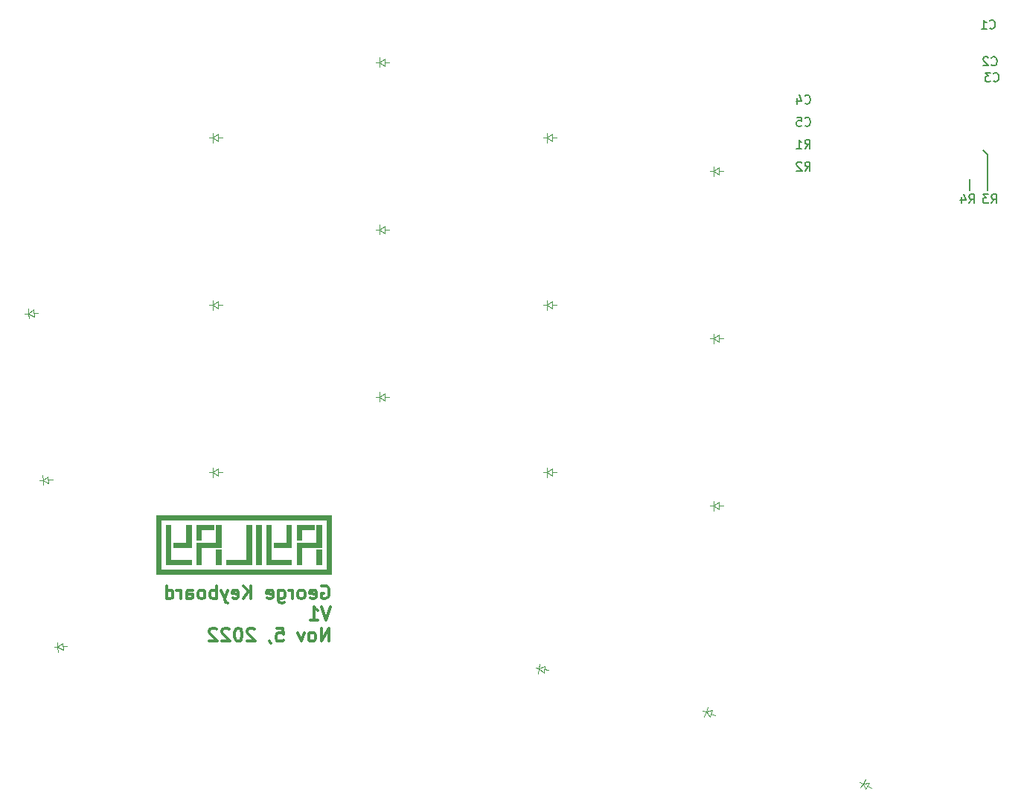
<source format=gbr>
%TF.GenerationSoftware,KiCad,Pcbnew,(6.0.0)*%
%TF.CreationDate,2022-12-29T10:21:43-08:00*%
%TF.ProjectId,mine,6d696e65-2e6b-4696-9361-645f70636258,v1.0.0*%
%TF.SameCoordinates,Original*%
%TF.FileFunction,Legend,Bot*%
%TF.FilePolarity,Positive*%
%FSLAX46Y46*%
G04 Gerber Fmt 4.6, Leading zero omitted, Abs format (unit mm)*
G04 Created by KiCad (PCBNEW (6.0.0)) date 2022-12-29 10:21:43*
%MOMM*%
%LPD*%
G01*
G04 APERTURE LIST*
%ADD10C,0.200000*%
%ADD11C,0.150000*%
%ADD12C,0.300000*%
%ADD13C,0.100000*%
G04 APERTURE END LIST*
D10*
X140362327Y-56645814D02*
X140362327Y-52581814D01*
X140362327Y-52581814D02*
X139854327Y-52073814D01*
X138330327Y-55375814D02*
X138330327Y-56645814D01*
D11*
X140608993Y-38160956D02*
X140656612Y-38208575D01*
X140799469Y-38256194D01*
X140894707Y-38256194D01*
X141037565Y-38208575D01*
X141132803Y-38113337D01*
X141180422Y-38018099D01*
X141228041Y-37827623D01*
X141228041Y-37684766D01*
X141180422Y-37494290D01*
X141132803Y-37399052D01*
X141037565Y-37303814D01*
X140894707Y-37256194D01*
X140799469Y-37256194D01*
X140656612Y-37303814D01*
X140608993Y-37351433D01*
X139656612Y-38256194D02*
X140228041Y-38256194D01*
X139942327Y-38256194D02*
X139942327Y-37256194D01*
X140037565Y-37399052D01*
X140132803Y-37494290D01*
X140228041Y-37541909D01*
X119573993Y-54431194D02*
X119907327Y-53955004D01*
X120145422Y-54431194D02*
X120145422Y-53431194D01*
X119764469Y-53431194D01*
X119669231Y-53478814D01*
X119621612Y-53526433D01*
X119573993Y-53621671D01*
X119573993Y-53764528D01*
X119621612Y-53859766D01*
X119669231Y-53907385D01*
X119764469Y-53955004D01*
X120145422Y-53955004D01*
X119193041Y-53526433D02*
X119145422Y-53478814D01*
X119050184Y-53431194D01*
X118812088Y-53431194D01*
X118716850Y-53478814D01*
X118669231Y-53526433D01*
X118621612Y-53621671D01*
X118621612Y-53716909D01*
X118669231Y-53859766D01*
X119240660Y-54431194D01*
X118621612Y-54431194D01*
X140808993Y-42360956D02*
X140856612Y-42408575D01*
X140999469Y-42456194D01*
X141094707Y-42456194D01*
X141237565Y-42408575D01*
X141332803Y-42313337D01*
X141380422Y-42218099D01*
X141428041Y-42027623D01*
X141428041Y-41884766D01*
X141380422Y-41694290D01*
X141332803Y-41599052D01*
X141237565Y-41503814D01*
X141094707Y-41456194D01*
X140999469Y-41456194D01*
X140856612Y-41503814D01*
X140808993Y-41551433D01*
X140428041Y-41551433D02*
X140380422Y-41503814D01*
X140285184Y-41456194D01*
X140047088Y-41456194D01*
X139951850Y-41503814D01*
X139904231Y-41551433D01*
X139856612Y-41646671D01*
X139856612Y-41741909D01*
X139904231Y-41884766D01*
X140475660Y-42456194D01*
X139856612Y-42456194D01*
X141036993Y-44175956D02*
X141084612Y-44223575D01*
X141227469Y-44271194D01*
X141322707Y-44271194D01*
X141465565Y-44223575D01*
X141560803Y-44128337D01*
X141608422Y-44033099D01*
X141656041Y-43842623D01*
X141656041Y-43699766D01*
X141608422Y-43509290D01*
X141560803Y-43414052D01*
X141465565Y-43318814D01*
X141322707Y-43271194D01*
X141227469Y-43271194D01*
X141084612Y-43318814D01*
X141036993Y-43366433D01*
X140703660Y-43271194D02*
X140084612Y-43271194D01*
X140417946Y-43652147D01*
X140275088Y-43652147D01*
X140179850Y-43699766D01*
X140132231Y-43747385D01*
X140084612Y-43842623D01*
X140084612Y-44080718D01*
X140132231Y-44175956D01*
X140179850Y-44223575D01*
X140275088Y-44271194D01*
X140560803Y-44271194D01*
X140656041Y-44223575D01*
X140703660Y-44175956D01*
X140782993Y-58114194D02*
X141116327Y-57638004D01*
X141354422Y-58114194D02*
X141354422Y-57114194D01*
X140973469Y-57114194D01*
X140878231Y-57161814D01*
X140830612Y-57209433D01*
X140782993Y-57304671D01*
X140782993Y-57447528D01*
X140830612Y-57542766D01*
X140878231Y-57590385D01*
X140973469Y-57638004D01*
X141354422Y-57638004D01*
X140449660Y-57114194D02*
X139830612Y-57114194D01*
X140163946Y-57495147D01*
X140021088Y-57495147D01*
X139925850Y-57542766D01*
X139878231Y-57590385D01*
X139830612Y-57685623D01*
X139830612Y-57923718D01*
X139878231Y-58018956D01*
X139925850Y-58066575D01*
X140021088Y-58114194D01*
X140306803Y-58114194D01*
X140402041Y-58066575D01*
X140449660Y-58018956D01*
X119573993Y-49255956D02*
X119621612Y-49303575D01*
X119764469Y-49351194D01*
X119859707Y-49351194D01*
X120002565Y-49303575D01*
X120097803Y-49208337D01*
X120145422Y-49113099D01*
X120193041Y-48922623D01*
X120193041Y-48779766D01*
X120145422Y-48589290D01*
X120097803Y-48494052D01*
X120002565Y-48398814D01*
X119859707Y-48351194D01*
X119764469Y-48351194D01*
X119621612Y-48398814D01*
X119573993Y-48446433D01*
X118669231Y-48351194D02*
X119145422Y-48351194D01*
X119193041Y-48827385D01*
X119145422Y-48779766D01*
X119050184Y-48732147D01*
X118812088Y-48732147D01*
X118716850Y-48779766D01*
X118669231Y-48827385D01*
X118621612Y-48922623D01*
X118621612Y-49160718D01*
X118669231Y-49255956D01*
X118716850Y-49303575D01*
X118812088Y-49351194D01*
X119050184Y-49351194D01*
X119145422Y-49303575D01*
X119193041Y-49255956D01*
X138242993Y-58114194D02*
X138576327Y-57638004D01*
X138814422Y-58114194D02*
X138814422Y-57114194D01*
X138433469Y-57114194D01*
X138338231Y-57161814D01*
X138290612Y-57209433D01*
X138242993Y-57304671D01*
X138242993Y-57447528D01*
X138290612Y-57542766D01*
X138338231Y-57590385D01*
X138433469Y-57638004D01*
X138814422Y-57638004D01*
X137385850Y-57447528D02*
X137385850Y-58114194D01*
X137623946Y-57066575D02*
X137862041Y-57780861D01*
X137242993Y-57780861D01*
X119573993Y-51891194D02*
X119907327Y-51415004D01*
X120145422Y-51891194D02*
X120145422Y-50891194D01*
X119764469Y-50891194D01*
X119669231Y-50938814D01*
X119621612Y-50986433D01*
X119573993Y-51081671D01*
X119573993Y-51224528D01*
X119621612Y-51319766D01*
X119669231Y-51367385D01*
X119764469Y-51415004D01*
X120145422Y-51415004D01*
X118621612Y-51891194D02*
X119193041Y-51891194D01*
X118907327Y-51891194D02*
X118907327Y-50891194D01*
X119002565Y-51034052D01*
X119097803Y-51129290D01*
X119193041Y-51176909D01*
X119573993Y-46715956D02*
X119621612Y-46763575D01*
X119764469Y-46811194D01*
X119859707Y-46811194D01*
X120002565Y-46763575D01*
X120097803Y-46668337D01*
X120145422Y-46573099D01*
X120193041Y-46382623D01*
X120193041Y-46239766D01*
X120145422Y-46049290D01*
X120097803Y-45954052D01*
X120002565Y-45858814D01*
X119859707Y-45811194D01*
X119764469Y-45811194D01*
X119621612Y-45858814D01*
X119573993Y-45906433D01*
X118716850Y-46144528D02*
X118716850Y-46811194D01*
X118954946Y-45763575D02*
X119193041Y-46477861D01*
X118573993Y-46477861D01*
D12*
X64602469Y-101740814D02*
X64745327Y-101669385D01*
X64959612Y-101669385D01*
X65173898Y-101740814D01*
X65316755Y-101883671D01*
X65388184Y-102026528D01*
X65459612Y-102312242D01*
X65459612Y-102526528D01*
X65388184Y-102812242D01*
X65316755Y-102955099D01*
X65173898Y-103097956D01*
X64959612Y-103169385D01*
X64816755Y-103169385D01*
X64602469Y-103097956D01*
X64531041Y-103026528D01*
X64531041Y-102526528D01*
X64816755Y-102526528D01*
X63316755Y-103097956D02*
X63459612Y-103169385D01*
X63745327Y-103169385D01*
X63888184Y-103097956D01*
X63959612Y-102955099D01*
X63959612Y-102383671D01*
X63888184Y-102240814D01*
X63745327Y-102169385D01*
X63459612Y-102169385D01*
X63316755Y-102240814D01*
X63245327Y-102383671D01*
X63245327Y-102526528D01*
X63959612Y-102669385D01*
X62388184Y-103169385D02*
X62531041Y-103097956D01*
X62602469Y-103026528D01*
X62673898Y-102883671D01*
X62673898Y-102455099D01*
X62602469Y-102312242D01*
X62531041Y-102240814D01*
X62388184Y-102169385D01*
X62173898Y-102169385D01*
X62031041Y-102240814D01*
X61959612Y-102312242D01*
X61888184Y-102455099D01*
X61888184Y-102883671D01*
X61959612Y-103026528D01*
X62031041Y-103097956D01*
X62173898Y-103169385D01*
X62388184Y-103169385D01*
X61245327Y-103169385D02*
X61245327Y-102169385D01*
X61245327Y-102455099D02*
X61173898Y-102312242D01*
X61102469Y-102240814D01*
X60959612Y-102169385D01*
X60816755Y-102169385D01*
X59673898Y-102169385D02*
X59673898Y-103383671D01*
X59745327Y-103526528D01*
X59816755Y-103597956D01*
X59959612Y-103669385D01*
X60173898Y-103669385D01*
X60316755Y-103597956D01*
X59673898Y-103097956D02*
X59816755Y-103169385D01*
X60102469Y-103169385D01*
X60245327Y-103097956D01*
X60316755Y-103026528D01*
X60388184Y-102883671D01*
X60388184Y-102455099D01*
X60316755Y-102312242D01*
X60245327Y-102240814D01*
X60102469Y-102169385D01*
X59816755Y-102169385D01*
X59673898Y-102240814D01*
X58388184Y-103097956D02*
X58531041Y-103169385D01*
X58816755Y-103169385D01*
X58959612Y-103097956D01*
X59031041Y-102955099D01*
X59031041Y-102383671D01*
X58959612Y-102240814D01*
X58816755Y-102169385D01*
X58531041Y-102169385D01*
X58388184Y-102240814D01*
X58316755Y-102383671D01*
X58316755Y-102526528D01*
X59031041Y-102669385D01*
X56531041Y-103169385D02*
X56531041Y-101669385D01*
X55673898Y-103169385D02*
X56316755Y-102312242D01*
X55673898Y-101669385D02*
X56531041Y-102526528D01*
X54459612Y-103097956D02*
X54602469Y-103169385D01*
X54888184Y-103169385D01*
X55031041Y-103097956D01*
X55102469Y-102955099D01*
X55102469Y-102383671D01*
X55031041Y-102240814D01*
X54888184Y-102169385D01*
X54602469Y-102169385D01*
X54459612Y-102240814D01*
X54388184Y-102383671D01*
X54388184Y-102526528D01*
X55102469Y-102669385D01*
X53888184Y-102169385D02*
X53531041Y-103169385D01*
X53173898Y-102169385D02*
X53531041Y-103169385D01*
X53673898Y-103526528D01*
X53745327Y-103597956D01*
X53888184Y-103669385D01*
X52602469Y-103169385D02*
X52602469Y-101669385D01*
X52602469Y-102240814D02*
X52459612Y-102169385D01*
X52173898Y-102169385D01*
X52031041Y-102240814D01*
X51959612Y-102312242D01*
X51888184Y-102455099D01*
X51888184Y-102883671D01*
X51959612Y-103026528D01*
X52031041Y-103097956D01*
X52173898Y-103169385D01*
X52459612Y-103169385D01*
X52602469Y-103097956D01*
X51031041Y-103169385D02*
X51173898Y-103097956D01*
X51245327Y-103026528D01*
X51316755Y-102883671D01*
X51316755Y-102455099D01*
X51245327Y-102312242D01*
X51173898Y-102240814D01*
X51031041Y-102169385D01*
X50816755Y-102169385D01*
X50673898Y-102240814D01*
X50602469Y-102312242D01*
X50531041Y-102455099D01*
X50531041Y-102883671D01*
X50602469Y-103026528D01*
X50673898Y-103097956D01*
X50816755Y-103169385D01*
X51031041Y-103169385D01*
X49245327Y-103169385D02*
X49245327Y-102383671D01*
X49316755Y-102240814D01*
X49459612Y-102169385D01*
X49745327Y-102169385D01*
X49888184Y-102240814D01*
X49245327Y-103097956D02*
X49388184Y-103169385D01*
X49745327Y-103169385D01*
X49888184Y-103097956D01*
X49959612Y-102955099D01*
X49959612Y-102812242D01*
X49888184Y-102669385D01*
X49745327Y-102597956D01*
X49388184Y-102597956D01*
X49245327Y-102526528D01*
X48531041Y-103169385D02*
X48531041Y-102169385D01*
X48531041Y-102455099D02*
X48459612Y-102312242D01*
X48388184Y-102240814D01*
X48245327Y-102169385D01*
X48102469Y-102169385D01*
X46959612Y-103169385D02*
X46959612Y-101669385D01*
X46959612Y-103097956D02*
X47102469Y-103169385D01*
X47388184Y-103169385D01*
X47531041Y-103097956D01*
X47602469Y-103026528D01*
X47673898Y-102883671D01*
X47673898Y-102455099D01*
X47602469Y-102312242D01*
X47531041Y-102240814D01*
X47388184Y-102169385D01*
X47102469Y-102169385D01*
X46959612Y-102240814D01*
X65602469Y-104084385D02*
X65102469Y-105584385D01*
X64602469Y-104084385D01*
X63316755Y-105584385D02*
X64173898Y-105584385D01*
X63745327Y-105584385D02*
X63745327Y-104084385D01*
X63888184Y-104298671D01*
X64031041Y-104441528D01*
X64173898Y-104512956D01*
X65388184Y-107999385D02*
X65388184Y-106499385D01*
X64531041Y-107999385D01*
X64531041Y-106499385D01*
X63602469Y-107999385D02*
X63745327Y-107927956D01*
X63816755Y-107856528D01*
X63888184Y-107713671D01*
X63888184Y-107285099D01*
X63816755Y-107142242D01*
X63745327Y-107070814D01*
X63602469Y-106999385D01*
X63388184Y-106999385D01*
X63245327Y-107070814D01*
X63173898Y-107142242D01*
X63102469Y-107285099D01*
X63102469Y-107713671D01*
X63173898Y-107856528D01*
X63245327Y-107927956D01*
X63388184Y-107999385D01*
X63602469Y-107999385D01*
X62602469Y-106999385D02*
X62245327Y-107999385D01*
X61888184Y-106999385D01*
X59459612Y-106499385D02*
X60173898Y-106499385D01*
X60245327Y-107213671D01*
X60173898Y-107142242D01*
X60031041Y-107070814D01*
X59673898Y-107070814D01*
X59531041Y-107142242D01*
X59459612Y-107213671D01*
X59388184Y-107356528D01*
X59388184Y-107713671D01*
X59459612Y-107856528D01*
X59531041Y-107927956D01*
X59673898Y-107999385D01*
X60031041Y-107999385D01*
X60173898Y-107927956D01*
X60245327Y-107856528D01*
X58673898Y-107927956D02*
X58673898Y-107999385D01*
X58745327Y-108142242D01*
X58816755Y-108213671D01*
X56959612Y-106642242D02*
X56888184Y-106570814D01*
X56745327Y-106499385D01*
X56388184Y-106499385D01*
X56245327Y-106570814D01*
X56173898Y-106642242D01*
X56102469Y-106785099D01*
X56102469Y-106927956D01*
X56173898Y-107142242D01*
X57031041Y-107999385D01*
X56102469Y-107999385D01*
X55173898Y-106499385D02*
X55031041Y-106499385D01*
X54888184Y-106570814D01*
X54816755Y-106642242D01*
X54745327Y-106785099D01*
X54673898Y-107070814D01*
X54673898Y-107427956D01*
X54745327Y-107713671D01*
X54816755Y-107856528D01*
X54888184Y-107927956D01*
X55031041Y-107999385D01*
X55173898Y-107999385D01*
X55316755Y-107927956D01*
X55388184Y-107856528D01*
X55459612Y-107713671D01*
X55531041Y-107427956D01*
X55531041Y-107070814D01*
X55459612Y-106785099D01*
X55388184Y-106642242D01*
X55316755Y-106570814D01*
X55173898Y-106499385D01*
X54102469Y-106642242D02*
X54031041Y-106570814D01*
X53888184Y-106499385D01*
X53531041Y-106499385D01*
X53388184Y-106570814D01*
X53316755Y-106642242D01*
X53245327Y-106785099D01*
X53245327Y-106927956D01*
X53316755Y-107142242D01*
X54173898Y-107999385D01*
X53245327Y-107999385D01*
X52673898Y-106642242D02*
X52602469Y-106570814D01*
X52459612Y-106499385D01*
X52102469Y-106499385D01*
X51959612Y-106570814D01*
X51888184Y-106642242D01*
X51816755Y-106785099D01*
X51816755Y-106927956D01*
X51888184Y-107142242D01*
X52745327Y-107999385D01*
X51816755Y-107999385D01*
D13*
%TO.C,D14*%
X109190000Y-73512500D02*
X109190000Y-72962500D01*
X108790000Y-73512500D02*
X109190000Y-73512500D01*
X109790000Y-73112500D02*
X109790000Y-73912500D01*
X109790000Y-73512500D02*
X110290000Y-73512500D01*
X109790000Y-73912500D02*
X109190000Y-73512500D01*
X109190000Y-73512500D02*
X109790000Y-73112500D01*
X109190000Y-73512500D02*
X109190000Y-74062500D01*
%TO.C,D15*%
X108790000Y-54462500D02*
X109190000Y-54462500D01*
X109190000Y-54462500D02*
X109190000Y-53912500D01*
X109790000Y-54062500D02*
X109790000Y-54862500D01*
X109190000Y-54462500D02*
X109190000Y-55012500D01*
X109790000Y-54462500D02*
X110290000Y-54462500D01*
X109190000Y-54462500D02*
X109790000Y-54062500D01*
X109790000Y-54862500D02*
X109190000Y-54462500D01*
%TO.C,D12*%
X90790000Y-50652500D02*
X91290000Y-50652500D01*
X90790000Y-50252500D02*
X90790000Y-51052500D01*
X90190000Y-50652500D02*
X90790000Y-50252500D01*
X90190000Y-50652500D02*
X90190000Y-50102500D01*
X90790000Y-51052500D02*
X90190000Y-50652500D01*
X90190000Y-50652500D02*
X90190000Y-51202500D01*
X89790000Y-50652500D02*
X90190000Y-50652500D01*
%TO.C,D4*%
X51790000Y-88752500D02*
X52190000Y-88752500D01*
X52190000Y-88752500D02*
X52190000Y-88202500D01*
X52190000Y-88752500D02*
X52790000Y-88352500D01*
X52790000Y-88352500D02*
X52790000Y-89152500D01*
X52790000Y-88752500D02*
X53290000Y-88752500D01*
X52190000Y-88752500D02*
X52190000Y-89302500D01*
X52790000Y-89152500D02*
X52190000Y-88752500D01*
%TO.C,D1*%
X35138796Y-108594999D02*
X35636893Y-108551421D01*
X34541079Y-108647293D02*
X35103933Y-108196521D01*
X34541079Y-108647293D02*
X34493143Y-108099385D01*
X34541079Y-108647293D02*
X34589015Y-109195200D01*
X34142601Y-108682155D02*
X34541079Y-108647293D01*
X35173658Y-108993477D02*
X34541079Y-108647293D01*
X35103933Y-108196521D02*
X35173658Y-108993477D01*
%TO.C,D11*%
X90190000Y-69702500D02*
X90190000Y-70252500D01*
X89790000Y-69702500D02*
X90190000Y-69702500D01*
X90190000Y-69702500D02*
X90190000Y-69152500D01*
X90790000Y-70102500D02*
X90190000Y-69702500D01*
X90190000Y-69702500D02*
X90790000Y-69302500D01*
X90790000Y-69702500D02*
X91290000Y-69702500D01*
X90790000Y-69302500D02*
X90790000Y-70102500D01*
%TO.C,D10*%
X90790000Y-88352500D02*
X90790000Y-89152500D01*
X90190000Y-88752500D02*
X90190000Y-88202500D01*
X90190000Y-88752500D02*
X90790000Y-88352500D01*
X90790000Y-89152500D02*
X90190000Y-88752500D01*
X89790000Y-88752500D02*
X90190000Y-88752500D01*
X90190000Y-88752500D02*
X90190000Y-89302500D01*
X90790000Y-88752500D02*
X91290000Y-88752500D01*
%TO.C,D7*%
X71190000Y-80180000D02*
X71190000Y-80730000D01*
X71190000Y-80180000D02*
X71790000Y-79780000D01*
X71790000Y-79780000D02*
X71790000Y-80580000D01*
X70790000Y-80180000D02*
X71190000Y-80180000D01*
X71790000Y-80180000D02*
X72290000Y-80180000D01*
X71790000Y-80580000D02*
X71190000Y-80180000D01*
X71190000Y-80180000D02*
X71190000Y-79630000D01*
%TO.C,D18*%
X125824113Y-124011533D02*
X126170523Y-124211533D01*
X126490138Y-124857943D02*
X126170523Y-124211533D01*
X126170523Y-124211533D02*
X126890138Y-124165123D01*
X126890138Y-124165123D02*
X126490138Y-124857943D01*
X126170523Y-124211533D02*
X125895523Y-124687847D01*
X126690138Y-124511533D02*
X127123151Y-124761533D01*
X126170523Y-124211533D02*
X126445523Y-123735219D01*
%TO.C,D9*%
X71790000Y-41680000D02*
X71790000Y-42480000D01*
X71190000Y-42080000D02*
X71190000Y-41530000D01*
X71190000Y-42080000D02*
X71190000Y-42630000D01*
X71190000Y-42080000D02*
X71790000Y-41680000D01*
X71790000Y-42080000D02*
X72290000Y-42080000D01*
X70790000Y-42080000D02*
X71190000Y-42080000D01*
X71790000Y-42480000D02*
X71190000Y-42080000D01*
%TO.C,D5*%
X52190000Y-69702500D02*
X52790000Y-69302500D01*
X52790000Y-70102500D02*
X52190000Y-69702500D01*
X52790000Y-69702500D02*
X53290000Y-69702500D01*
X52790000Y-69302500D02*
X52790000Y-70102500D01*
X52190000Y-69702500D02*
X52190000Y-70252500D01*
X52190000Y-69702500D02*
X52190000Y-69152500D01*
X51790000Y-69702500D02*
X52190000Y-69702500D01*
%TO.C,D13*%
X109190000Y-92562500D02*
X109790000Y-92162500D01*
X109790000Y-92962500D02*
X109190000Y-92562500D01*
X109190000Y-92562500D02*
X109190000Y-93112500D01*
X109790000Y-92562500D02*
X110290000Y-92562500D01*
X109790000Y-92162500D02*
X109790000Y-92962500D01*
X109190000Y-92562500D02*
X109190000Y-92012500D01*
X108790000Y-92562500D02*
X109190000Y-92562500D01*
%TO.C,D8*%
X71790000Y-60730000D02*
X71790000Y-61530000D01*
X71190000Y-61130000D02*
X71790000Y-60730000D01*
X71190000Y-61130000D02*
X71190000Y-61680000D01*
X70790000Y-61130000D02*
X71190000Y-61130000D01*
X71190000Y-61130000D02*
X71190000Y-60580000D01*
X71790000Y-61130000D02*
X72290000Y-61130000D01*
X71790000Y-61530000D02*
X71190000Y-61130000D01*
%TO.C,D17*%
X109022289Y-115881290D02*
X108748673Y-116633044D01*
X108748673Y-116633044D02*
X108321666Y-116051955D01*
X107945789Y-115915147D02*
X108321666Y-116051955D01*
X108885481Y-116257167D02*
X109355327Y-116428177D01*
X108321666Y-116051955D02*
X108509777Y-115535124D01*
X108321666Y-116051955D02*
X108133555Y-116568786D01*
X108321666Y-116051955D02*
X109022289Y-115881290D01*
%TO.C,D2*%
X33513341Y-90015967D02*
X32880762Y-89669783D01*
X33443616Y-89219011D02*
X33513341Y-90015967D01*
X32880762Y-89669783D02*
X32928698Y-90217690D01*
X32482284Y-89704645D02*
X32880762Y-89669783D01*
X32880762Y-89669783D02*
X33443616Y-89219011D01*
X32880762Y-89669783D02*
X32832826Y-89121875D01*
X33478479Y-89617489D02*
X33976576Y-89573911D01*
%TO.C,D6*%
X52190000Y-50652500D02*
X52790000Y-50252500D01*
X52790000Y-51052500D02*
X52190000Y-50652500D01*
X52190000Y-50652500D02*
X52190000Y-50102500D01*
X52190000Y-50652500D02*
X52190000Y-51202500D01*
X52790000Y-50652500D02*
X53290000Y-50652500D01*
X52790000Y-50252500D02*
X52790000Y-51052500D01*
X51790000Y-50652500D02*
X52190000Y-50652500D01*
%TO.C,D3*%
X31853024Y-71038458D02*
X31220445Y-70692274D01*
X31818162Y-70639980D02*
X32316259Y-70596402D01*
X30821967Y-70727136D02*
X31220445Y-70692274D01*
X31220445Y-70692274D02*
X31268381Y-71240181D01*
X31783299Y-70241502D02*
X31853024Y-71038458D01*
X31220445Y-70692274D02*
X31783299Y-70241502D01*
X31220445Y-70692274D02*
X31172509Y-70144366D01*
%TO.C,D16*%
X89327076Y-111115762D02*
X89231570Y-111657406D01*
X89917961Y-111219951D02*
X90410365Y-111306775D01*
X89327076Y-111115762D02*
X89987420Y-110826028D01*
X89987420Y-110826028D02*
X89848502Y-111613874D01*
X89327076Y-111115762D02*
X89422583Y-110574118D01*
X89848502Y-111613874D02*
X89327076Y-111115762D01*
X88933153Y-111046303D02*
X89327076Y-111115762D01*
%TO.C,G\u002A\u002A\u002A*%
G36*
X49820327Y-97391814D02*
G01*
X47740327Y-97391814D01*
X47740327Y-96751814D01*
X49140327Y-96751814D01*
X49140327Y-94751814D01*
X49820327Y-94751814D01*
X49820327Y-97391814D01*
G37*
G36*
X53220327Y-97391814D02*
G01*
X50940327Y-97391814D01*
X50940327Y-99351814D01*
X50340327Y-99351814D01*
X50340327Y-96751814D01*
X52580327Y-96751814D01*
X52580327Y-94751814D01*
X53220327Y-94751814D01*
X53220327Y-97391814D01*
G37*
G36*
X57820327Y-99351814D02*
G01*
X57140327Y-99351814D01*
X57140327Y-94751814D01*
X57820327Y-94751814D01*
X57820327Y-99351814D01*
G37*
G36*
X64660327Y-99351814D02*
G01*
X64020327Y-99351814D01*
X64020327Y-97591814D01*
X64660327Y-97591814D01*
X64660327Y-99351814D01*
G37*
G36*
X61220327Y-97391814D02*
G01*
X59140327Y-97391814D01*
X59140327Y-96751814D01*
X60580327Y-96751814D01*
X60580327Y-94751814D01*
X61220327Y-94751814D01*
X61220327Y-97391814D01*
G37*
G36*
X58940327Y-98751814D02*
G01*
X61220327Y-98751814D01*
X61220327Y-99351814D01*
X58340327Y-99351814D01*
X58340327Y-94751814D01*
X58940327Y-94751814D01*
X58940327Y-98751814D01*
G37*
G36*
X52380327Y-95351814D02*
G01*
X50940327Y-95351814D01*
X50940327Y-96511814D01*
X50340327Y-96511814D01*
X50340327Y-94751814D01*
X52380327Y-94751814D01*
X52380327Y-95351814D01*
G37*
G36*
X63780327Y-95351814D02*
G01*
X62380327Y-95351814D01*
X62380327Y-96511814D01*
X61780327Y-96511814D01*
X61780327Y-94751814D01*
X63780327Y-94751814D01*
X63780327Y-95351814D01*
G37*
G36*
X53220327Y-99351814D02*
G01*
X52580327Y-99351814D01*
X52580327Y-97591814D01*
X53220327Y-97591814D01*
X53220327Y-99351814D01*
G37*
G36*
X64660327Y-97391814D02*
G01*
X62380327Y-97391814D01*
X62380327Y-99351814D01*
X61780327Y-99351814D01*
X61780327Y-96751814D01*
X64020327Y-96751814D01*
X64020327Y-94751814D01*
X64660327Y-94751814D01*
X64660327Y-97391814D01*
G37*
G36*
X45780327Y-100471814D02*
G01*
X45780327Y-99871814D01*
X46380327Y-99871814D01*
X65180327Y-99871814D01*
X65180327Y-94231814D01*
X46380327Y-94231814D01*
X46380327Y-99871814D01*
X45780327Y-99871814D01*
X45780327Y-93631814D01*
X65780327Y-93631814D01*
X65780327Y-100471814D01*
X45780327Y-100471814D01*
G37*
G36*
X56660327Y-99351814D02*
G01*
X53740327Y-99351814D01*
X53740327Y-98751814D01*
X56020327Y-98751814D01*
X56020327Y-94751814D01*
X56660327Y-94751814D01*
X56660327Y-99351814D01*
G37*
G36*
X47500327Y-98751814D02*
G01*
X49820327Y-98751814D01*
X49820327Y-99351814D01*
X46900327Y-99351814D01*
X46900327Y-94751814D01*
X47500327Y-94751814D01*
X47500327Y-98751814D01*
G37*
%TD*%
M02*

</source>
